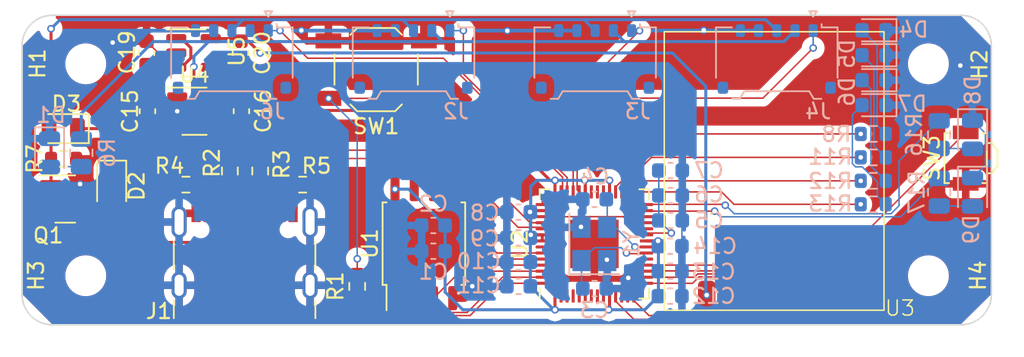
<source format=kicad_pcb>
(kicad_pcb (version 20221018) (generator pcbnew)
  (layers (0 "F.Cu" signal) (31 "B.Cu" signal) (34 "B.Paste" user) (35 "F.Paste" user) (36 "B.SilkS" user "B.Silkscreen") (37 "F.SilkS" user "F.Silkscreen") (38 "B.Mask" user) (39 "F.Mask" user) (44 "Edge.Cuts" user))
  (net 0 "")
  (net 1 "+3.3V_A")
  (net 2 "GND")
  (net 3 "Net-(U2-XIN)")
  (net 4 "Net-(U2-XOUT)")
  (net 5 "+1V1")
  (net 6 "Net-(D2-K)")
  (net 7 "+3.3V")
  (net 8 "Net-(D1-A)")
  (net 9 "Net-(D2-A)")
  (net 10 "+5V")
  (net 11 "Net-(D4-A)")
  (net 12 "Net-(D5-A)")
  (net 13 "Net-(D6-A)")
  (net 14 "Net-(D7-A)")
  (net 15 "Net-(D8-A)")
  (net 16 "Net-(D9-A)")
  (net 17 "VBUS")
  (net 18 "Net-(J1-CC1)")
  (net 19 "Net-(J1-D+-PadA6)")
  (net 20 "Net-(J1-D--PadA7)")
  (net 22 "Net-(J1-CC2)")
  (net 24 "DATA_1")
  (net 25 "DATA_3")
  (net 26 "DATA_2")
  (net 27 "DATA_4")
  (net 28 "/Processor/QSPI_SS")
  (net 29 "Net-(R1-Pad2)")
  (net 30 "/Processor/USB_DM")
  (net 31 "/Processor/USB_DP")
  (net 32 "CONT_1")
  (net 33 "CONT_2")
  (net 34 "CONT_3")
  (net 35 "CONT_4")
  (net 36 "TX_LED")
  (net 37 "RX_LED")
  (net 38 "/Processor/QSPI_SD1")
  (net 39 "/Processor/QSPI_SD2")
  (net 40 "/Processor/QSPI_SD0")
  (net 41 "/Processor/QSPI_SCLK")
  (net 42 "/Processor/QSPI_SD3")
  (net 47 "SPI0_MISO")
  (net 48 "NRF_CS")
  (net 49 "SPI0_CLK")
  (net 50 "SPI0_MOSI")
  (net 54 "NRF_CE")
  (net 55 "NRF_IRQ")
  (net 66 "/Processor/PAIR")
  (footprint "Package_TO_SOT_SMD:SOT-23-5" (layer "F.Cu") (at 165.547185 39.5875)
    (fp_text reference "U4")
    (fp_text value "MIC5504-3.3YM5")
  )
  (footprint "GTS24:GTS24-SMD" (layer "F.Cu") (at 203.784685 43.1375)
    (fp_text reference "U3")
    (fp_text value "~")
  )
  (footprint "Capacitor_SMD:C_0603_1608Metric" (layer "F.Cu") (at 162.384685 35.7375 90)
    (fp_text reference "C19")
    (fp_text value "C")
  )
  (footprint "Resistor_SMD:R_0603_1608Metric" (layer "F.Cu") (at 164.984685 44.4375 180)
    (fp_text reference "R4")
    (fp_text value "5K1")
  )
  (footprint "MountingHole:MountingHole_2.2mm_M2" (layer "F.Cu") (at 158.374685 50.4575)
    (fp_text reference "H3")
    (fp_text value "MountingHole")
  )
  (footprint "Capacitor_SMD:C_0603_1608Metric" (layer "F.Cu") (at 168.584685 35.7375 -90)
    (fp_text reference "C20")
    (fp_text value "C")
  )
  (footprint "Package_SO:SOIC-8_5.23x5.23mm_P1.27mm" (layer "F.Cu") (at 180.684685 48.3375 90)
    (fp_text reference "U1")
    (fp_text value "W25Q32JVSS")
  )
  (footprint "Package_TO_SOT_SMD:SOT-23" (layer "F.Cu") (at 157.022185 45.3875)
    (fp_text reference "Q1")
    (fp_text value "AO3401A")
  )
  (footprint "Resistor_SMD:R_0603_1608Metric" (layer "F.Cu") (at 172.684685 44.4375)
    (fp_text reference "R5")
    (fp_text value "5K1")
  )
  (footprint "Connector_USB:USB_C_Receptacle_GCT_USB4105-xx-A_16P_TopMnt_Horizontal" (layer "F.Cu") (at 168.854685 50.0125)
    (fp_text reference "J1")
    (fp_text value "USB_C_Receptacle_USB2.0")
  )
  (footprint "Capacitor_SMD:C_0603_1608Metric" (layer "F.Cu") (at 162.447185 39.5875 90)
    (fp_text reference "C15")
    (fp_text value "C")
  )
  (footprint "Diode_SMD:D_0805_2012Metric" (layer "F.Cu") (at 160.084685 44.5375 -90)
    (fp_text reference "D2")
    (fp_text value "D_Schottky")
  )
  (footprint "Resistor_SMD:R_0603_1608Metric" (layer "F.Cu") (at 156.909685 42.7375 180)
    (fp_text reference "R7")
    (fp_text value "10K")
  )
  (footprint "Button_Switch_SMD:SW_SPST_B3U-3000P" (layer "F.Cu") (at 216.434685 42.6875 -90)
    (fp_text reference "SW3")
    (fp_text value "SW_PAIR")
  )
  (footprint "Package_TO_SOT_SMD:SOT-23-5" (layer "F.Cu") (at 165.484685 35.7375)
    (fp_text reference "U5")
    (fp_text value "MIC5504-3.3YM5")
  )
  (footprint "MountingHole:MountingHole_2.2mm_M2" (layer "F.Cu") (at 158.374685 36.4575)
    (fp_text reference "H1")
    (fp_text value "MountingHole")
  )
  (footprint "MountingHole:MountingHole_2.2mm_M2" (layer "F.Cu") (at 213.974685 36.4575)
    (fp_text reference "H2")
    (fp_text value "MountingHole")
  )
  (footprint "Package_DFN_QFN:QFN-56-1EP_7x7mm_P0.4mm_EP3.2x3.2mm" (layer "F.Cu") (at 191.934685 48.35625 90)
    (fp_text reference "U2")
    (fp_text value "RP2040")
  )
  (footprint "Button_Switch_SMD:SW_SPST_TL3342" (layer "F.Cu") (at 177.534685 36.8375 180)
    (fp_text reference "SW1")
    (fp_text value "SW_BOOT")
  )
  (footprint "Resistor_SMD:R_0603_1608Metric" (layer "F.Cu") (at 169.884685 43.5375 90)
    (fp_text reference "R3")
    (fp_text value "27")
  )
  (footprint "Capacitor_SMD:C_0603_1608Metric" (layer "F.Cu") (at 168.647185 39.5875 -90)
    (fp_text reference "C16")
    (fp_text value "C")
  )
  (footprint "Resistor_SMD:R_0603_1608Metric" (layer "F.Cu") (at 167.884685 43.5375 90)
    (fp_text reference "R2")
    (fp_text value "27")
  )
  (footprint "Resistor_SMD:R_0603_1608Metric" (layer "F.Cu") (at 176.284685 51.1625 90)
    (fp_text reference "R1")
    (fp_text value "1K")
  )
  (footprint "MountingHole:MountingHole_2.2mm_M2" (layer "F.Cu") (at 213.974685 50.4575)
    (fp_text reference "H4")
    (fp_text value "MountingHole")
  )
  (footprint "Diode_SMD:D_0805_2012Metric" (layer "F.Cu") (at 156.889685 40.7375 180)
    (fp_text reference "D3")
    (fp_text value "D_Schottky")
  )
  (footprint "LED_SMD:LED_0805_2012Metric" (layer "B.Cu") (at 216.884685 41.1375 -90)
    (fp_text reference "D8")
    (fp_text value "LED")
  )
  (footprint "Capacitor_SMD:C_0603_1608Metric" (layer "B.Cu") (at 186.934685 47.95625 180)
    (fp_text reference "C9")
    (fp_text value "2u2")
  )
  (footprint "Crystal:Crystal_SMD_Abracon_ABM8G-4Pin_3.2x2.5mm" (layer "B.Cu") (at 191.934685 48.35625 90)
    (fp_text reference "Y1")
    (fp_text value "Crystal_GND24")
  )
  (footprint "Resistor_SMD:R_0603_1608Metric" (layer "B.Cu") (at 210.334685 42.6375)
    (fp_text reference "R11")
    (fp_text value "100")
  )
  (footprint "LED_SMD:LED_0805_2012Metric" (layer "B.Cu") (at 155.984685 42.3375 -90)
    (fp_text reference "D1")
    (fp_text value "LED")
  )
  (footprint "Resistor_SMD:R_0603_1608Metric" (layer "B.Cu") (at 210.334685 41.0875)
    (fp_text reference "R8")
    (fp_text value "100")
  )
  (footprint "Capacitor_SMD:C_0603_1608Metric" (layer "B.Cu") (at 196.934685 51.80625)
    (fp_text reference "C12")
    (fp_text value "100n")
  )
  (footprint "Capacitor_SMD:C_0603_1608Metric" (layer "B.Cu") (at 191.947185 45.40625)
    (fp_text reference "C4")
    (fp_text value "15p")
  )
  (footprint "Capacitor_SMD:C_0603_1608Metric" (layer "B.Cu") (at 196.959685 43.50625)
    (fp_text reference "C7")
    (fp_text value "2u2")
  )
  (footprint "Resistor_SMD:R_0603_1608Metric" (layer "B.Cu") (at 210.334685 45.7375)
    (fp_text reference "R13")
    (fp_text value "100")
  )
  (footprint "LED_SMD:LED_0805_2012Metric" (layer "B.Cu") (at 216.884685 44.9375 -90)
    (fp_text reference "D9")
    (fp_text value "LED")
  )
  (footprint "Capacitor_SMD:C_0603_1608Metric" (layer "B.Cu") (at 191.947185 51.30625)
    (fp_text reference "C3")
    (fp_text value "15p")
  )
  (footprint "Connector_Molex:Molex_Pico-EZmate_78171-0005_1x05-1MP_P1.20mm_Vertical" (layer "B.Cu") (at 180.001352 36.1375 180)
    (fp_text reference "J2")
    (fp_text value "Conn_01x04_Socket")
  )
  (footprint "Capacitor_SMD:C_0603_1608Metric" (layer "B.Cu") (at 181.309685 48.8375 180)
    (fp_text reference "C1")
    (fp_text value "2u2")
  )
  (footprint "Capacitor_SMD:C_0603_1608Metric" (layer "B.Cu") (at 186.934685 46.25625 180)
    (fp_text reference "C8")
    (fp_text value "100n")
  )
  (footprint "LED_SMD:LED_0603_1608Metric" (layer "B.Cu") (at 210.384685 35.8875 180)
    (fp_text reference "D5")
    (fp_text value "LED")
  )
  (footprint "Capacitor_SMD:C_0603_1608Metric" (layer "B.Cu") (at 196.934685 48.50625)
    (fp_text reference "C14")
    (fp_text value "100n")
  )
  (footprint "Resistor_SMD:R_0805_2012Metric" (layer "B.Cu") (at 214.684685 41.1375 -90)
    (fp_text reference "R16")
    (fp_text value "100")
  )
  (footprint "LED_SMD:LED_0603_1608Metric" (layer "B.Cu") (at 210.384685 37.5375 180)
    (fp_text reference "D6")
    (fp_text value "LED")
  )
  (footprint "Resistor_SMD:R_0603_1608Metric" (layer "B.Cu") (at 210.334685 44.1875)
    (fp_text reference "R12")
    (fp_text value "100")
  )
  (footprint "Capacitor_SMD:C_0603_1608Metric" (layer "B.Cu") (at 186.934685 51.15625 180)
    (fp_text reference "C11")
    (fp_text value "100n")
  )
  (footprint "Resistor_SMD:R_0805_2012Metric" (layer "B.Cu") (at 158.084685 42.3375 -90)
    (fp_text reference "R6")
    (fp_text value "100")
  )
  (footprint "Connector_Molex:Molex_Pico-EZmate_78171-0005_1x05-1MP_P1.20mm_Vertical" (layer "B.Cu") (at 168.018019 36.1375 180)
    (fp_text reference "J6")
    (fp_text value "Conn_01x04_Socket")
  )
  (footprint "Capacitor_SMD:C_0603_1608Metric" (layer "B.Cu") (at 186.934685 49.55625 180)
    (fp_text reference "C10")
    (fp_text value "100n")
  )
  (footprint "Capacitor_SMD:C_0603_1608Metric" (layer "B.Cu") (at 181.309685 47.1375 180)
    (fp_text reference "C2")
    (fp_text value "100n")
  )
  (footprint "Connector_Molex:Molex_Pico-EZmate_78171-0005_1x05-1MP_P1.20mm_Vertical" (layer "B.Cu") (at 191.984685 36.1375 180)
    (fp_text reference "J3")
    (fp_text value "Conn_01x04_Socket")
  )
  (footprint "Connector_Molex:Molex_Pico-EZmate_78171-0005_1x05-1MP_P1.20mm_Vertical" (layer "B.Cu") (at 203.968019 36.1375 180)
    (fp_text reference "J4")
    (fp_text value "Conn_01x04_Socket")
  )
  (footprint "LED_SMD:LED_0603_1608Metric" (layer "B.Cu") (at 210.384685 34.2375 180)
    (fp_text reference "D4")
    (fp_text value "LED")
  )
  (footprint "Capacitor_SMD:C_0603_1608Metric" (layer "B.Cu") (at 196.959685 46.80625)
    (fp_text reference "C5")
    (fp_text value "100n")
  )
  (footprint "Capacitor_SMD:C_0603_1608Metric" (layer "B.Cu") (at 196.959685 45.15625)
    (fp_text reference "C6")
    (fp_text value "100n")
  )
  (footprint "LED_SMD:LED_0603_1608Metric" (layer "B.Cu") (at 210.384685 39.1875 180)
    (fp_text reference "D7")
    (fp_text value "LED")
  )
  (footprint "Capacitor_SMD:C_0603_1608Metric" (layer "B.Cu") (at 196.934685 50.15625)
    (fp_text reference "C13")
    (fp_text value "100n")
  )
  (footprint "Resistor_SMD:R_0805_2012Metric" (layer "B.Cu") (at 214.684685 44.9375 -90)
    (fp_text reference "R17")
    (fp_text value "100")
  )
  (gr_arc (start 154.175 35.25) (mid 154.760786 33.835786) (end 156.175 33.25) (stroke (width 0.1)) (layer "Edge.Cuts"))
  (gr_line (start 154.175 51.7) (end 154.175 35.25) (stroke (width 0.1)) (layer "Edge.Cuts"))
  (gr_arc (start 216.125 33.25) (mid 217.539214 33.835786) (end 218.125 35.25) (stroke (width 0.1)) (layer "Edge.Cuts"))
  (gr_arc (start 156.175 53.7) (mid 154.760786 53.114214) (end 154.175 51.7) (stroke (width 0.1)) (layer "Edge.Cuts"))
  (gr_arc (start 218.125 51.7) (mid 217.539214 53.114214) (end 216.125 53.7) (stroke (width 0.1)) (layer "Edge.Cuts"))
  (gr_line (start 218.125 35.25) (end 218.125 51.7) (stroke (width 0.1)) (layer "Edge.Cuts"))
  (gr_line (start 216.125 53.7) (end 156.175 53.7) (stroke (width 0.1)) (layer "Edge.Cuts"))
  (gr_line (start 156.175 33.25) (end 216.125 33.25) (stroke (width 0.1)) (layer "Edge.Cuts"))
  (segment (start 187.771375 46.15625) (end 187.68611 46.241515) (width 0.2) (layer "F.Cu") (net 1))
  (segment (start 189.02966 46.15625) (end 189.334685 45.851225) (width 0.2) (layer "F.Cu") (net 1))
  (segment (start 188.497185 46.15625) (end 189.02966 46.15625) (width 0.2) (layer "F.Cu") (net 1))
  (segment (start 195.372185 48.15625) (end 196.134685 48.15625) (width 0.2) (layer "F.Cu") (net 1))
  (segment (start 191.334685 44.91875) (end 191.334685 44.179169) (width 0.2) (layer "F.Cu") (net 1))
  (segment (start 189.334685 52.70625) (end 189.334685 51.79375) (width 0.2) (layer "F.Cu") (net 1))
  (segment (start 189.334685 45.851225) (end 189.334685 44.91875) (width 0.2) (layer "F.Cu") (net 1))
  (segment (start 168.647185 38.8125) (end 169.372185 39.5375) (width 0.2) (layer "F.Cu") (net 1))
  (segment (start 188.497185 47.75625) (end 187.734685 47.75625) (width 0.2) (layer "F.Cu") (net 1))
  (segment (start 184.3925 39.5375) (end 189.01125 44.15625) (width 0.2) (layer "F.Cu") (net 1))
  (segment (start 166.684685 38.6375) (end 168.472185 38.6375) (width 0.2) (layer "F.Cu") (net 1))
  (segment (start 191.334685 44.179169) (end 191.296721 44.141205) (width 0.2) (layer "F.Cu") (net 1))
  (segment (start 169.372185 39.5375) (end 184.3925 39.5375) (width 0.2) (layer "F.Cu") (net 1))
  (segment (start 166.684685 38.6375) (end 165.510185 37.463) (width 0.2) (layer "F.Cu") (net 1))
  (segment (start 192.934685 51.79375) (end 192.934685 52.65625) (width 0.2) (layer "F.Cu") (net 1))
  (segment (start 188.497185 46.15625) (end 187.771375 46.15625) (width 0.2) (layer "F.Cu") (net 1))
  (segment (start 189.01125 44.15625) (end 189.334685 44.15625) (width 0.2) (layer "F.Cu") (net 1))
  (segment (start 168.472185 38.6375) (end 168.647185 38.8125) (width 0.2) (layer "F.Cu") (net 1))
  (segment (start 165.510185 37.463) (end 165.510185 36.649824) (width 0.2) (layer "F.Cu") (net 1))
  (segment (start 188.497185 48.15625) (end 188.497185 47.75625) (width 0.2) (layer "F.Cu") (net 1))
  (segment (start 192.934685 52.65625) (end 192.884685 52.70625) (width 0.2) (layer "F.Cu") (net 1))
  (segment (start 192.934685 44.15625) (end 192.934685 44.91875) (width 0.2) (layer "F.Cu") (net 1))
  (segment (start 189.334685 44.91875) (end 189.334685 44.15625) (width 0.2) (layer "F.Cu") (net 1))
  (via (at 187.68611 46.241515) (size 0.5) (drill 0.3) (layers "F.Cu" "B.Cu") (net 1))
  (via (at 189.334685 52.70625) (size 0.5) (drill 0.3) (layers "F.Cu" "B.Cu") (net 1))
  (via (at 191.296721 44.141205) (size 0.5) (drill 0.3) (layers "F.Cu" "B.Cu") (net 1))
  (via (at 178.779685 44.7375) (size 0.5) (drill 0.3) (layers "F.Cu" "B.Cu") (net 1))
  (via (at 189.334685 44.15625) (size 0.5) (drill 0.3) (layers "F.Cu" "B.Cu") (net 1))
  (via (at 192.934685 44.15625) (size 0.5) (drill 0.3) (layers "F.Cu" "B.Cu") (net 1))
  (via (at 196.134685 48.15625) (size 0.5) (drill 0.3) (layers "F.Cu" "B.Cu") (net 1))
  (via (at 192.884685 52.70625) (size 0.5) (drill 0.3) (layers "F.Cu" "B.Cu") (net 1))
  (via (at 187.734685 47.75625) (size 0.5) (drill 0.3) (layers "F.Cu" "B.Cu") (net 1))
  (via (at 165.510185 36.649824) (size 0.5) (drill 0.3) (layers "F.Cu" "B.Cu") (net 1))
  (segment (start 196.140935 48.525) (end 196.159685 48.50625) (width 0.2) (layer "B.Cu") (net 1))
  (segment (start 166.484685 34.9875) (end 169.943019 34.9875) (width 0.2) (layer "B.Cu") (net 1))
  (segment (start 165.510185 35.962) (end 166.484685 34.9875) (width 0.2) (layer "B.Cu") (net 1))
  (segment (start 189.259685 52.70625) (end 189.334685 52.70625) (width 0.2) (layer "B.Cu") (net 1))
  (segment (start 187.734685 47.75625) (end 187.734685 44.55625) (width 0.2) (layer "B.Cu") (net 1))
  (segment (start 158.084685 39.7375) (end 162.834685 34.9875) (width 0.2) (layer "B.Cu") (net 1))
  (segment (start 189.334685 52.70625) (end 192.884685 52.70625) (width 0.2) (layer "B.Cu") (net 1))
  (segment (start 196.128435 50.125) (end 196.159685 50.15625) (width 0.2) (layer "B.Cu") (net 1))
  (segment (start 187.709685 51.15625) (end 189.259685 52.70625) (width 0.2) (layer "B.Cu") (net 1))
  (segment (start 187.709685 46.25625) (end 187.709685 51.15625) (width 0.2) (layer "B.Cu") (net 1))
  (segment (start 204.443019 34.9875) (end 193.909685 34.9875) (width 0.2) (layer "B.Cu") (net 1))
  (segment (start 189.334685 52.70625) (end 183.253435 52.70625) (width 0.2) (layer "B.Cu") (net 1))
  (segment (start 183.253435 52.70625) (end 182.084685 51.5375) (width 0.2) (layer "B.Cu") (net 1))
  (segment (start 162.834685 34.9875) (end 166.484685 34.9875) (width 0.2) (layer "B.Cu") (net 1))
  (segment (start 181.926352 34.9875) (end 181.201352 34.2625) (width 0.2) (layer "B.Cu") (net 1))
  (segment (start 165.510185 36.649824) (end 165.510185 35.962) (width 0.2) (layer "B.Cu") (net 1))
  (segment (start 205.168019 34.2625) (end 204.443019 34.9875) (width 0.2) (layer "B.Cu") (net 1))
  (segment (start 158.084685 41.425) (end 158.084685 39.7375) (width 0.2) (layer "B.Cu") (net 1))
  (segment (start 179.684685 44.7375) (end 178.779685 44.7375) (width 0.2) (layer "B.Cu") (net 1))
  (segment (start 181.926352 34.9875) (end 169.943019 34.9875) (width 0.2) (layer "B.Cu") (net 1))
  (segment (start 189.334685 44.15625) (end 188.134685 44.15625) (width 0.2) (layer "B.Cu") (net 1))
  (segment (start 193.909685 34.9875) (end 181.926352 34.9875) (width 0.2) (layer "B.Cu") (net 1))
  (segment (start 182.084685 47.1375) (end 179.684685 44.7375) (width 0.2) (layer "B.Cu") (net 1))
  (segment (start 189.334685 44.15625) (end 192.934685 44.15625) (width 0.2) (layer "B.Cu") (net 1))
  (segment (start 169.943019 34.9875) (end 169.218019 34.2625) (width 0.2) (layer "B.Cu") (net 1))
  (segment (start 188.134685 44.15625) (end 187.734685 44.55625) (width 0.2) (layer "B.Cu") (net 1))
  (segment (start 196.159685 48.50625) (end 196.159685 48.18125) (width 0.2) (layer "B.Cu") (net 1))
  (segment (start 196.159685 48.18125) (end 196.134685 48.15625) (width 0.2) (layer "B.Cu") (net 1))
  (segment (start 195.259685 52.70625) (end 196.159685 51.80625) (width 0.2) (layer "B.Cu") (net 1))
  (segment (start 182.084685 51.5375) (end 182.084685 47.1375) (width 0.2) (layer "B.Cu") (net 1))
  (segment (start 193.909685 34.9875) (end 193.184685 34.2625) (width 0.2) (layer "B.Cu") (net 1))
  (segment (start 192.884685 52.70625) (end 195.259685 52.70625) (width 0.2) (layer "B.Cu") (net 1))
  (segment (start 196.159685 48.50625) (end 196.159685 51.80625) (width 0.2) (layer "B.Cu") (net 1))
  (segment (start 165.654685 45.9325) (end 164.159685 44.4375) (width 0.1) (layer "F.Cu") (net 2))
  (segment (start 163.159685 35.7375) (end 162.384685 34.9625) (width 0.1) (layer "F.Cu") (net 2))
  (segment (start 163.222185 39.5875) (end 162.447185 38.8125) (width 0.1) (layer "F.Cu") (net 2))
  (segment (start 194.17 50.220935) (end 194.17 50.6) (width 0.1) (layer "F.Cu") (net 2))
  (segment (start 188.497185 44.912815) (end 188.5 44.91) (width 0.1) (layer "F.Cu") (net 2))
  (segment (start 195.034685 49.35625) (end 194.17 50.220935) (width 0.1) (layer "F.Cu") (net 2))
  (segment (start 172.054685 45.8925) (end 173.509685 44.4375) (width 0.1) (layer "F.Cu") (net 2))
  (segment (start 172.054685 46.3325) (end 172.054685 45.8925) (width 0.1) (layer "F.Cu") (net 2))
  (segment (start 164.41 39.59) (end 163.222185 39.5875) (width 0.1) (layer "F.Cu") (net 2))
  (segment (start 164.347185 35.7375) (end 163.159685 35.7375) (width 0.1) (layer "F.Cu") (net 2))
  (segment (start 195.372185 49.35625) (end 195.034685 49.35625) (width 0.1) (layer "F.Cu") (net 2))
  (segment (start 165.654685 46.3325) (end 165.654685 45.9325) (width 0.1) (layer "F.Cu") (net 2))
  (segment (start 188.497185 45.75625) (end 188.497185 44.912815) (width 0.1) (layer "F.Cu") (net 2))
  (segment (start 164.409685 39.5875) (end 164.41 39.59) (width 0.1) (layer "F.Cu") (net 2))
  (via (at 194.17 50.6) (size 0.5) (drill 0.3) (layers "F.Cu" "B.Cu") (net 2))
  (via (at 186.19 34.27) (size 0.5) (drill 0.3) (layers "F.Cu" "B.Cu") (net 2))
  (via (at 183.88 51.15) (size 0.5) (drill 0.3) (layers "F.Cu" "B.Cu") (net 2))
  (via (at 191.05 47.23) (size 0.5) (drill 0.3) (layers "F.Cu" "B.Cu") (net 2))
  (via (at 199.15 34.24) (size 0.5) (drill 0.3) (layers "F.Cu" "B.Cu") (net 2))
  (via (at 164.41 39.59) (size 0.5) (drill 0.3) (layers "F.Cu" "B.Cu") (net 2))
  (via (at 188.5 44.91) (size 0.5) (drill 0.3) (layers "F.Cu" "B.Cu") (net 2))
  (via (at 192.76 49.4) (size 0.5) (drill 0.3) (layers "F.Cu" "B.Cu") (net 2))
  (via (at 158 44.4) (size 0.5) (drill 0.3) (layers "F.Cu" "B.Cu") (net 2))
  (via (at 216.08 36.57) (size 0.5) (drill 0.3) (layers "F.Cu" "B.Cu") (net 2))
  (via (at 172.6 34.25) (size 0.5) (drill 0.3) (layers "F.Cu" "B.Cu") (net 2))
  (via (at 160.15 35.05) (size 0.5) (drill 0.3) (layers "F.Cu" "B.Cu") (net 2))
  (segment (start 217.734685 43.15) (end 217.734685 41.05) (width 0.1) (layer "B.Cu") (net 2))
  (segment (start 217.734685 41.05) (end 216.884685 40.2) (width 0.1) (layer "B.Cu") (net 2))
  (segment (start 216.884685 44) (end 217.734685 43.15) (width 0.1) (layer "B.Cu") (net 2))
  (segment (start 197.709685 48.50625) (end 197.709685 46.83125) (width 0.1) (layer "B.Cu") (net 2))
  (segment (start 197.709685 46.83125) (end 197.734685 46.80625) (width 0.1) (layer "B.Cu") (net 2))
  (segment (start 195.328435 49) (end 195.372185 48.95625) (width 0.1) (layer "F.Cu") (net 3))
  (segment (start 194.1 49) (end 195.328435 49) (width 0.1) (layer "F.Cu") (net 3))
  (segment (start 195.365935 48.95) (end 195.372185 48.95625) (width 0.1) (layer "F.Cu") (net 3))
  (segment (start 194.05 48.95) (end 194.1 49) (width 0.1) (layer "F.Cu") (net 3))
  (via (at 194.05 48.95) (size 0.5) (drill 0.3) (layers "F.Cu" "B.Cu") (net 3))
  (segment (start 191.084685 49.45625) (end 191.934685 48.60625) (width 0.1) (layer "B.Cu") (net 3))
  (segment (start 191.934685 48.60625) (end 193.690935 48.60625) (width 0.1) (layer "B.Cu") (net 3))
  (segment (start 191.084685 51.21875) (end 191.172185 51.30625) (width 0.1) (layer "B.Cu") (net 3))
  (segment (start 193.690935 48.60625) (end 193.70625 48.60625) (width 0.1) (layer "B.Cu") (net 3))
  (segment (start 191.084685 49.45625) (end 191.084685 51.21875) (width 0.1) (layer "B.Cu") (net 3))
  (segment (start 193.70625 48.60625) (end 194.05 48.95) (width 0.1) (layer "B.Cu") (net 3))
  (segment (start 195.365935 48.55) (end 195.372185 48.55625) (width 0.1) (layer "F.Cu") (net 4))
  (segment (start 194.61 48.55) (end 195.365935 48.55) (width 0.1) (layer "F.Cu") (net 4))
  (via (at 194.61 48.55) (size 0.5) (drill 0.3) (layers "F.Cu" "B.Cu") (net 4))
  (segment (start 192.784685 45.46875) (end 192.722185 45.40625) (width 0.1) (layer "B.Cu") (net 4))
  (segment (start 192.784685 47.25625) (end 192.784685 45.46875) (width 0.1) (layer "B.Cu") (net 4))
  (segment (start 192.784685 47.25625) (end 193.31625 47.25625) (width 0.1) (layer "B.Cu") (net 4))
  (segment (start 193.31625 47.25625) (end 194.61 48.55) (width 0.1) (layer "B.Cu") (net 4))
  (segment (start 188.497185 46.55625) (end 193.851842 46.55625) (width 0.1) (layer "F.Cu") (net 5))
  (segment (start 193.851842 46.55625) (end 195.051842 47.75625) (width 0.1) (layer "F.Cu") (net 5))
  (segment (start 195.488435 47.64) (end 197.01 47.64) (width 0.1) (layer "F.Cu") (net 5))
  (segment (start 188.817528 46.55625) (end 188.497185 46.55625) (width 0.1) (layer "F.Cu") (net 5))
  (segment (start 188.497185 48.55625) (end 188.958949 48.55625) (width 0.1) (layer "F.Cu") (net 5))
  (segment (start 189.184685 48.330514) (end 189.184685 46.923407) (width 0.1) (layer "F.Cu") (net 5))
  (segment (start 189.184685 46.923407) (end 188.817528 46.55625) (width 0.1) (layer "F.Cu") (net 5))
  (segment (start 195.051842 47.75625) (end 195.372185 47.75625) (width 0.1) (layer "F.Cu") (net 5))
  (segment (start 188.958949 48.55625) (end 189.184685 48.330514) (width 0.1) (layer "F.Cu") (net 5))
  (segment (start 195.372185 47.75625) (end 195.488435 47.64) (width 0.1) (layer "F.Cu") (net 5))
  (via (at 197.01 47.64) (size 0.5) (drill 0.3) (layers "F.Cu" "B.Cu") (net 5))
  (segment (start 196.134685 43.55625) (end 196.184685 43.50625) (width 0.1) (layer "B.Cu") (net 5))
  (segment (start 197.01 47.631565) (end 196.184685 46.80625) (width 0.1) (layer "B.Cu") (net 5))
  (segment (start 197.01 47.64) (end 197.01 47.631565) (width 0.1) (layer "B.Cu") (net 5))
  (segment (start 196.184685 45.15625) (end 196.184685 43.50625) (width 0.1) (layer "B.Cu") (net 5))
  (segment (start 196.184685 46.80625) (end 196.184685 45.15625) (width 0.1) (layer "B.Cu") (net 5))
  (segment (start 164.696081 36.6875) (end 164.347185 36.6875) (width 0.2) (layer "F.Cu") (net 6))
  (segment (start 162.559685 36.6875) (end 162.384685 36.5125) (width 0.2) (layer "F.Cu") (net 6))
  (segment (start 157.827185 40.7375) (end 159.304723 40.7375) (width 0.2) (layer "F.Cu") (net 6))
  (segment (start 160.084685 39.957538) (end 160.084685 43.6) (width 0.2) (layer "F.Cu") (net 6))
  (segment (start 165.309685 35.401104) (end 165.309685 36.073896) (width 0.2) (layer "F.Cu") (net 6))
  (segment (start 164.696081 34.7875) (end 165.309685 35.401104) (width 0.2) (layer "F.Cu") (net 6))
  (segment (start 160.084685 43.6) (end 160.084685 42.995) (width 0.2) (layer "F.Cu") (net 6))
  (segment (start 164.347185 36.6875) (end 163.354723 36.6875) (width 0.2) (layer "F.Cu") (net 6))
  (segment (start 163.354723 36.6875) (end 160.084685 39.957538) (width 0.2) (layer "F.Cu") (net 6))
  (segment (start 159.304723 40.7375) (end 160.084685 39.957538) (width 0.2) (layer "F.Cu") (net 6))
  (segment (start 165.309685 36.073896) (end 164.696081 36.6875) (width 0.2) (layer "F.Cu") (net 6))
  (segment (start 164.347185 36.6875) (end 162.559685 36.6875) (width 0.2) (layer "F.Cu") (net 6))
  (segment (start 164.347185 34.7875) (end 164.696081 34.7875) (width 0.2) (layer "F.Cu") (net 6))
  (segment (start 168.409685 34.7875) (end 168.584685 34.9625) (width 0.2) (layer "F.Cu") (net 7))
  (segment (start 166.622185 34.7875) (end 168.409685 34.7875) (width 0.2) (layer "F.Cu") (net 7))
  (segment (start 168.584685 34.9625) (end 169.109685 34.9625) (width 0.2) (layer "F.Cu") (net 7))
  (segment (start 169.109685 34.9625) (end 169.884685 35.7375) (width 0.2) (layer "F.Cu") (net 7))
  (via (at 199.344685 51.7375) (size 0.5) (drill 0.3) (layers "F.Cu" "B.Cu") (net 7))
  (via (at 169.884685 35.7375) (size 0.5) (drill 0.3) (layers "F.Cu" "B.Cu") (net 7))
  (segment (start 199.284685 37.9375) (end 199.284685 51.6775) (width 0.2) (layer "B.Cu") (net 7))
  (segment (start 169.884685 35.7375) (end 197.084685 35.7375) (width 0.2) (layer "B.Cu") (net 7))
  (segment (start 197.084685 35.7375) (end 199.284685 37.9375) (width 0.2) (layer "B.Cu") (net 7))
  (segment (start 199.284685 51.6775) (end 199.344685 51.7375) (width 0.2) (layer "B.Cu") (net 7))
  (segment (start 156.009685 43.25) (end 155.984685 43.275) (width 0.1) (layer "B.Cu") (net 8))
  (segment (start 158.084685 43.25) (end 156.009685 43.25) (width 0.1) (layer "B.Cu") (net 8))
  (segment (start 160.084685 45.475) (end 162.305 45.475) (width 0.2) (layer "F.Cu") (net 9))
  (segment (start 164.758581 38.6375) (end 164.409685 38.6375) (width 0.2) (layer "F.Cu") (net 9))
  (segment (start 164.758581 40.5375) (end 165.372185 39.923896) (width 0.2) (layer "F.Cu") (net 9))
  (segment (start 162.305 45.475) (end 162.447185 45.332815) (width 0.2) (layer "F.Cu") (net 9))
  (segment (start 162.447185 45.332815) (end 162.447185 41.1375) (width 0.2) (layer "F.Cu") (net 9))
  (segment (start 160.084685 45.475) (end 158.047185 45.475) (width 0.2) (layer "F.Cu") (net 9))
  (segment (start 165.372185 39.923896) (end 165.372185 39.251104) (width 0.2) (layer "F.Cu") (net 9))
  (segment (start 162.447185 41.1375) (end 162.447185 40.3625) (width 0.2) (layer "F.Cu") (net 9))
  (segment (start 163.047185 40.5375) (end 164.409685 40.5375) (width 0.2) (layer "F.Cu") (net 9))
  (segment (start 162.447185 41.1375) (end 163.047185 40.5375) (width 0.2) (layer "F.Cu") (net 9))
  (segment (start 158.047185 45.475) (end 157.959685 45.3875) (width 0.2) (layer "F.Cu") (net 9))
  (segment (start 165.372185 39.251104) (end 164.758581 38.6375) (width 0.2) (layer "F.Cu") (net 9))
  (segment (start 164.409685 40.5375) (end 164.758581 40.5375) (width 0.2) (layer "F.Cu") (net 9))
  (segment (start 156.084685 34.1375) (end 156.084685 40.605) (width 0.2) (layer "F.Cu") (net 10))
  (segment (start 155.952185 40.7375) (end 156.084685 40.87) (width 0.2) (layer "F.Cu") (net 10))
  (segment (start 156.084685 40.605) (end 155.952185 40.7375) (width 0.2) (layer "F.Cu") (net 10))
  (segment (start 156.084685 40.87) (end 156.084685 42.7375) (width 0.2) (layer "F.Cu") (net 10))
  (segment (start 156.084685 42.7375) (end 156.084685 44.4375) (width 0.2) (layer "F.Cu") (net 10))
  (via (at 156.084685 34.1375) (size 0.5) (drill 0.3) (layers "F.Cu" "B.Cu") (net 10))
  (segment (start 203.243019 33.5375) (end 203.968019 34.2625) (width 0.2) (layer "B.Cu") (net 10))
  (segment (start 191.259685 33.5375) (end 191.984685 34.2625) (width 0.2) (layer "B.Cu") (net 10))
  (segment (start 179.276352 33.5375) (end 191.259685 33.5375) (width 0.2) (layer "B.Cu") (net 10))
  (segment (start 168.018019 34.2625) (end 168.743019 33.5375) (width 0.2) (layer "B.Cu") (net 10))
  (segment (start 179.276352 33.5375) (end 180.001352 34.2625) (width 0.2) (layer "B.Cu") (net 10))
  (segment (start 156.684685 33.5375) (end 156.084685 34.1375) (width 0.2) (layer "B.Cu") (net 10))
  (segment (start 191.259685 33.5375) (end 203.243019 33.5375) (width 0.2) (layer "B.Cu") (net 10))
  (segment (start 168.743019 33.5375) (end 156.684685 33.5375) (width 0.2) (layer "B.Cu") (net 10))
  (segment (start 168.743019 33.5375) (end 179.276352 33.5375) (width 0.2) (layer "B.Cu") (net 10))
  (segment (start 210.584685 40.5125) (end 211.159685 41.0875) (width 0.1) (layer "B.Cu") (net 11))
  (segment (start 209.597185 34.2375) (end 210.584685 35.225) (width 0.1) (layer "B.Cu") (net 11))
  (segment (start 210.584685 35.225) (end 210.584685 40.5125) (width 0.1) (layer "B.Cu") (net 11))
  (segment (start 209.597185 35.8875) (end 210.384685 36.675) (width 0.1) (layer "B.Cu") (net 12))
  (segment (start 210.384685 41.8625) (end 211.159685 42.6375) (width 0.1) (layer "B.Cu") (net 12))
  (segment (start 210.384685 36.675) (end 210.384685 41.8625) (width 0.1) (layer "B.Cu") (net 12))
  (segment (start 209.597185 37.5375) (end 210.184685 38.125) (width 0.1) (layer "B.Cu") (net 13))
  (segment (start 210.184685 38.125) (end 210.184685 43.2125) (width 0.1) (layer "B.Cu") (net 13))
  (segment (start 210.184685 43.2125) (end 211.159685 44.1875) (width 0.1) (layer "B.Cu") (net 13))
  (segment (start 209.597185 39.1875) (end 208.959685 39.825) (width 0.1) (layer "B.Cu") (net 14))
  (segment (start 209.609685 43.2625) (end 210.609685 44.2625) (width 0.1) (layer "B.Cu") (net 14))
  (segment (start 208.959685 43.057475) (end 209.16471 43.2625) (width 0.1) (layer "B.Cu") (net 14))
  (segment (start 209.16471 43.2625) (end 209.609685 43.2625) (width 0.1) (layer "B.Cu") (net 14))
  (segment (start 210.609685 44.2625) (end 210.609685 45.1875) (width 0.1) (layer "B.Cu") (net 14))
  (segment (start 210.609685 45.1875) (end 211.159685 45.7375) (width 0.1) (layer "B.Cu") (net 14))
  (segment (start 208.959685 39.825) (end 208.959685 43.057475) (width 0.1) (layer "B.Cu") (net 14))
  (segment (start 216.859685 42.05) (end 216.884685 42.075) (width 0.1) (layer "B.Cu") (net 15))
  (segment (start 214.684685 42.05) (end 216.859685 42.05) (width 0.1) (layer "B.Cu") (net 15))
  (segment (start 214.684685 45.85) (end 216.859685 45.85) (width 0.1) (layer "B.Cu") (net 16))
  (segment (start 216.859685 45.85) (end 216.884685 45.875) (width 0.1) (layer "B.Cu") (net 16))
  (segment (start 156.084685 46.3375) (end 158.004685 48.2575) (width 0.2) (layer "F.Cu") (net 17))
  (segment (start 168.484685 47.5375) (end 166.984685 47.5375) (width 0.2) (layer "F.Cu") (net 17))
  (segment (start 158.004685 48.2575) (end 169.964685 48.2575) (width 0.2) (layer "F.Cu") (net 17))
  (segment (start 166.654685 47.2075) (end 166.654685 46.5325) (width 0.2) (layer "F.Cu") (net 17))
  (segment (start 168.484685 47.5375) (end 167.884685 47.5375) (width 0.2) (layer "F.Cu") (net 17))
  (segment (start 166.654685 46.5325) (end 166.454685 46.3325) (width 0.2) (layer "F.Cu") (net 17))
  (segment (start 169.964685 48.2575) (end 171.069685 47.1525) (width 0.2) (layer "F.Cu") (net 17))
  (segment (start 171.254685 46.3325) (end 171.069685 46.5175) (width 0.2) (layer "F.Cu") (net 17))
  (segment (start 171.069685 47.1525) (end 170.684685 47.5375) (width 0.2) (layer "F.Cu") (net 17))
  (segment (start 166.984685 47.5375) (end 166.654685 47.2075) (width 0.2) (layer "F.Cu") (net 17))
  (segment (start 170.684685 47.5375) (end 168.484685 47.5375) (width 0.2) (layer "F.Cu") (net 17))
  (segment (start 171.069685 46.5175) (end 171.069685 47.1525) (width 0.2) (layer "F.Cu") (net 17))
  (segment (start 167.604685 45.6575) (end 167.604685 46.3325) (width 0.1) (layer "F.Cu") (net 18))
  (segment (start 166.384685 44.4375) (end 167.604685 45.6575) (width 0.1) (layer "F.Cu") (net 18))
  (segment (start 165.809685 44.4375) (end 166.384685 44.4375) (width 0.1) (layer "F.Cu") (net 18))
  (segment (start 169.604685 47.0075) (end 169.554685 47.0575) (width 0.1) (layer "F.Cu") (net 19))
  (segment (start 168.604685 47.0075) (end 168.604685 46.3325) (width 0.1) (layer "F.Cu") (net 19))
  (segment (start 169.604685 46.3325) (end 169.604685 47.0075) (width 0.1) (layer "F.Cu") (net 19))
  (segment (start 169.604685 44.6425) (end 169.884685 44.3625) (width 0.1) (layer "F.Cu") (net 19))
  (segment (start 169.604685 46.3325) (end 169.604685 44.6425) (width 0.1) (layer "F.Cu") (net 19))
  (segment (start 168.654685 47.0575) (end 168.604685 47.0075) (width 0.1) (layer "F.Cu") (net 19))
  (segment (start 169.554685 47.0575) (end 168.654685 47.0575) (width 0.1) (layer "F.Cu") (net 19))
  (segment (start 169.104685 46.3325) (end 169.104685 45.6575) (width 0.1) (layer "F.Cu") (net 20))
  (segment (start 169.054685 45.6075) (end 168.154685 45.6075) (width 0.1) (layer "F.Cu") (net 20))
  (segment (start 168.154685 45.6075) (end 168.104685 45.6575) (width 0.1) (layer "F.Cu") (net 20))
  (segment (start 168.104685 45.6575) (end 167.884685 45.4375) (width 0.1) (layer "F.Cu") (net 20))
  (segment (start 168.104685 45.6575) (end 168.104685 46.3325) (width 0.1) (layer "F.Cu") (net 20))
  (segment (start 167.884685 45.4375) (end 167.884685 44.3625) (width 0.1) (layer "F.Cu") (net 20))
  (segment (start 169.104685 45.6575) (end 169.054685 45.6075) (width 0.1) (layer "F.Cu") (net 20))
  (segment (start 171.859685 44.4375) (end 171.784685 44.4375) (width 0.1) (layer "F.Cu") (net 22))
  (segment (start 171.784685 44.4375) (end 170.604685 45.6175) (width 0.1) (layer "F.Cu") (net 22))
  (segment (start 170.604685 45.6175) (end 170.604685 46.3325) (width 0.1) (layer "F.Cu") (net 22))
  (segment (start 189.834685 43.949143) (end 189.834685 44.81875) (width 0.1) (layer "F.Cu") (net 24))
  (segment (start 189.834685 44.81875) (end 189.734685 44.91875) (width 0.1) (layer "F.Cu") (net 24))
  (segment (start 181.973042 36.0875) (end 189.834685 43.949143) (width 0.1) (layer "F.Cu") (net 24))
  (segment (start 171.19 34.26) (end 173.0175 36.0875) (width 0.1) (layer "F.Cu") (net 24))
  (segment (start 173.0175 36.0875) (end 181.973042 36.0875) (width 0.1) (layer "F.Cu") (net 24))
  (via (at 171.19 34.26) (size 0.5) (drill 0.3) (layers "F.Cu" "B.Cu") (net 24))
  (segment (start 170.418019 34.2625) (end 170.959685 34.2625) (width 0.1) (layer "B.Cu") (net 24))
  (segment (start 170.959685 34.2625) (end 171.1875 34.2625) (width 0.1) (layer "B.Cu") (net 24))
  (segment (start 171.1875 34.2625) (end 171.19 34.26) (width 0.1) (layer "B.Cu") (net 24))
  (segment (start 190.534685 38.6875) (end 190.534685 38.645315) (width 0.1) (layer "F.Cu") (net 25))
  (segment (start 190.534685 38.645315) (end 194.91 34.27) (width 0.1) (layer "F.Cu") (net 25))
  (segment (start 190.534685 38.6875) (end 190.534685 44.91875) (width 0.1) (layer "F.Cu") (net 25))
  (via (at 194.91 34.27) (size 0.5) (drill 0.3) (layers "F.Cu" "B.Cu") (net 25))
  (segment (start 194.392185 34.27) (end 194.384685 34.2625) (width 0.1) (layer "B.Cu") (net 25))
  (segment (start 194.91 34.27) (end 194.392185 34.27) (width 0.1) (layer "B.Cu") (net 25))
  (segment (start 190.134685 44.91875) (end 190.134685 43.9663) (width 0.1) (layer "F.Cu") (net 26))
  (segment (start 183.29 34.26) (end 183.29 37.121616) (width 0.1) (layer "F.Cu") (net 26))
  (segment (start 183.29 37.121616) (end 183.394192 37.225808) (width 0.1) (layer "F.Cu") (net 26))
  (segment (start 190.134685 43.9663) (end 183.394192 37.225808) (width 0.1) (layer "F.Cu") (net 26))
  (via (at 183.29 34.26) (size 0.5) (drill 0.3) (layers "F.Cu" "B.Cu") (net 26))
  (segment (start 182.401352 34.2625) (end 183.2875 34.2625) (width 0.1) (layer "B.Cu") (net 26))
  (segment (start 183.2875 34.2625) (end 183.29 34.26) (width 0.1) (layer "B.Cu") (net 26))
  (segment (start 203.054536 38.725464) (end 206.37 35.41) (width 0.1) (layer "F.Cu") (net 27))
  (segment (start 190.934685 44.91875) (end 190.796721 44.780786) (width 0.1) (layer "F.Cu") (net 27))
  (segment (start 190.796721 38.725464) (end 203.054536 38.725464) (width 0.1) (layer "F.Cu") (net 27))
  (segment (start 190.796721 44.780786) (end 190.796721 38.725464) (width 0.1) (layer "F.Cu") (net 27))
  (via (at 206.37 35.41) (size 0.5) (drill 0.3) (layers "F.Cu" "B.Cu") (net 27))
  (segment (start 206.37 34.264481) (end 206.368019 34.2625) (width 0.1) (layer "B.Cu") (net 27))
  (segment (start 206.37 35.41) (end 206.37 34.264481) (width 0.1) (layer "B.Cu") (net 27))
  (segment (start 178.779685 51.9375) (end 179.929685 53.0875) (width 0.1) (layer "F.Cu") (net 28))
  (segment (start 179.929685 53.0875) (end 183.734685 53.0875) (width 0.1) (layer "F.Cu") (net 28))
  (segment (start 185.865935 50.95625) (end 188.497185 50.95625) (width 0.1) (layer "F.Cu") (net 28))
  (segment (start 178.779685 51.9375) (end 176.334685 51.9375) (width 0.1) (layer "F.Cu") (net 28))
  (segment (start 183.734685 53.0875) (end 185.865935 50.95625) (width 0.1) (layer "F.Cu") (net 28))
  (segment (start 178.729685 51.9875) (end 178.779685 51.9375) (width 0.1) (layer "F.Cu") (net 28))
  (segment (start 176.334685 51.9375) (end 176.284685 51.9875) (width 0.1) (layer "F.Cu") (net 28))
  (segment (start 176.29 49.34) (end 176.284685 49.3375) (width 0.1) (layer "F.Cu") (net 29))
  (segment (start 174.4025 38.7375) (end 174.4 38.74) (width 0.1) (layer "F.Cu") (net 29))
  (segment (start 174.3975 38.7375) (end 174.384685 38.7375) (width 0.1) (layer "F.Cu") (net 29))
  (segment (start 176.284685 50.3375) (end 176.29 49.34) (width 0.1) (layer "F.Cu") (net 29))
  (segment (start 174.4 38.74) (end 174.3975 38.7375) (width 0.1) (layer "F.Cu") (net 29))
  (segment (start 180.684685 38.7375) (end 174.4025 38.7375) (width 0.1) (layer "F.Cu") (net 29))
  (via (at 176.29 49.34) (size 0.5) (drill 0.3) (layers "F.Cu" "B.Cu") (net 29))
  (via (at 174.4 38.74) (size 0.5) (drill 0.3) (layers "F.Cu" "B.Cu") (net 29))
  (segment (start 176.284685 49.3375) (end 176.284685 40.6375) (width 0.1) (layer "B.Cu") (net 29))
  (segment (start 176.284685 40.6375) (end 174.384685 38.7375) (width 0.1) (layer "B.Cu") (net 29))
  (segment (start 187.693738 46.95625) (end 188.497185 46.95625) (width 0.1) (layer "F.Cu") (net 30))
  (segment (start 167.884685 42.7125) (end 168.434685 42.1625) (width 0.1) (layer "F.Cu") (net 30))
  (segment (start 182.899988 42.1625) (end 187.693738 46.95625) (width 0.1) (layer "F.Cu") (net 30))
  (segment (start 168.434685 42.1625) (end 182.899988 42.1625) (width 0.1) (layer "F.Cu") (net 30))
  (segment (start 186.898383 47.25625) (end 182.354633 42.7125) (width 0.1) (layer "F.Cu") (net 31))
  (segment (start 188.397185 47.25625) (end 186.898383 47.25625) (width 0.1) (layer "F.Cu") (net 31))
  (segment (start 182.354633 42.7125) (end 169.884685 42.7125) (width 0.1) (layer "F.Cu") (net 31))
  (segment (start 188.497185 47.35625) (end 188.397185 47.25625) (width 0.1) (layer "F.Cu") (net 31))
  (segment (start 196.845592 41.0875) (end 209.509685 41.0875) (width 0.1) (layer "F.Cu") (net 32))
  (segment (start 193.334685 44.91875) (end 193.334685 44.598407) (width 0.1) (layer "F.Cu") (net 32))
  (segment (start 193.334685 44.598407) (end 196.845592 41.0875) (width 0.1) (layer "F.Cu") (net 32))
  (via (at 209.509685 41.0875) (size 0.5) (drill 0.3) (layers "F.Cu" "B.Cu") (net 32))
  (segment (start 209.509685 41.0875) (end 209.484685 41.0875) (width 0.1) (layer "B.Cu") (net 32))
  (segment (start 193.734685 44.91875) (end 193.734685 44.598407) (width 0.1) (layer "F.Cu") (net 33))
  (segment (start 195.695592 42.6375) (end 209.509685 42.6375) (width 0.1) (layer "F.Cu") (net 33))
  (segment (start 193.734685 44.598407) (end 195.695592 42.6375) (width 0.1) (layer "F.Cu") (net 33))
  (via (at 209.509685 42.6375) (size 0.5) (drill 0.3) (layers "F.Cu" "B.Cu") (net 33))
  (segment (start 194.134685 44.598407) (end 194.545592 44.1875) (width 0.1) (layer "F.Cu") (net 34))
  (segment (start 194.134685 44.91875) (end 194.134685 44.598407) (width 0.1) (layer "F.Cu") (net 34))
  (segment (start 194.545592 44.1875) (end 209.509685 44.1875) (width 0.1) (layer "F.Cu") (net 34))
  (via (at 209.509685 44.1875) (size 0.5) (drill 0.3) (layers "F.Cu" "B.Cu") (net 34))
  (segment (start 201.143729 45.7375) (end 209.509685 45.7375) (width 0.1) (layer "F.Cu") (net 35))
  (segment (start 200.324979 44.91875) (end 201.143729 45.7375) (width 0.1) (layer "F.Cu") (net 35))
  (segment (start 194.534685 44.91875) (end 200.324979 44.91875) (width 0.1) (layer "F.Cu") (net 35))
  (via (at 209.509685 45.7375) (size 0.5) (drill 0.3) (layers "F.Cu" "B.Cu") (net 35))
  (segment (start 200.54 45.74) (end 195.388435 45.74) (width 0.1) (layer "F.Cu") (net 36))
  (segment (start 195.388435 45.74) (end 195.372185 45.75625) (width 0.1) (layer "F.Cu") (net 36))
  (segment (start 195.382553 45.766618) (end 195.372185 45.75625) (width 0.1) (layer "F.Cu") (net 36))
  (via (at 200.57 45.8) (size 0.5) (drill 0.3) (layers "F.Cu" "B.Cu") (net 36))
  (segment (start 214.684685 40.225) (end 212.034685 42.875) (width 0.1) (layer "B.Cu") (net 36))
  (segment (start 212.034685 42.875) (end 212.034685 45.832475) (width 0.1) (layer "B.Cu") (net 36))
  (segment (start 212.034685 45.832475) (end 211.50466 46.3625) (width 0.1) (layer "B.Cu") (net 36))
  (segment (start 201.1625 46.3625) (end 200.54 45.74) (width 0.1) (layer "B.Cu") (net 36))
  (segment (start 211.50466 46.3625) (end 201.1625 46.3625) (width 0.1) (layer "B.Cu") (net 36))
  (segment (start 199.87 46.19) (end 195.405935 46.19) (width 0.1) (layer "F.Cu") (net 37))
  (segment (start 195.405935 46.19) (end 195.372185 46.15625) (width 0.1) (layer "F.Cu") (net 37))
  (via (at 199.87 46.19) (size 0.5) (drill 0.3) (layers "F.Cu" "B.Cu") (net 37))
  (segment (start 214.684685 44.025) (end 212.147185 46.5625) (width 0.1) (layer "B.Cu") (net 37))
  (segment (start 212.147185 46.5625) (end 200.2425 46.5625) (width 0.1) (layer "B.Cu") (net 37))
  (segment (start 200.2425 46.5625) (end 199.87 46.19) (width 0.1) (layer "B.Cu") (net 37))
  (segment (start 185.865935 50.55625) (end 188.497185 50.55625) (width 0.1) (layer "F.Cu") (net 38))
  (segment (start 180.049685 51.9375) (end 180.999685 52.8875) (width 0.1) (layer "F.Cu") (net 38))
  (segment (start 180.999685 52.8875) (end 183.534685 52.8875) (width 0.1) (layer "F.Cu") (net 38))
  (segment (start 183.534685 52.8875) (end 185.865935 50.55625) (width 0.1) (layer "F.Cu") (net 38))
  (segment (start 183.100935 50.15625) (end 188.497185 50.15625) (width 0.1) (layer "F.Cu") (net 39))
  (segment (start 181.319685 51.9375) (end 183.100935 50.15625) (width 0.1) (layer "F.Cu") (net 39))
  (segment (start 182.589685 44.7375) (end 184.684685 46.8325) (width 0.1) (layer "F.Cu") (net 40))
  (segment (start 185.303435 49.75625) (end 188.497185 49.75625) (width 0.1) (layer "F.Cu") (net 40))
  (segment (start 184.684685 46.8325) (end 184.684685 49.1375) (width 0.1) (layer "F.Cu") (net 40))
  (segment (start 184.684685 49.1375) (end 185.303435 49.75625) (width 0.1) (layer "F.Cu") (net 40))
  (segment (start 185.084685 49.1375) (end 185.303435 49.35625) (width 0.1) (layer "F.Cu") (net 41))
  (segment (start 182.863949 43.7875) (end 185.084685 46.008236) (width 0.1) (layer "F.Cu") (net 41))
  (segment (start 185.084685 46.008236) (end 185.084685 49.1375) (width 0.1) (layer "F.Cu") (net 41))
  (segment (start 182.269685 43.7875) (end 182.863949 43.7875) (width 0.1) (layer "F.Cu") (net 41))
  (segment (start 185.303435 49.35625) (end 188.497185 49.35625) (width 0.1) (layer "F.Cu") (net 41))
  (segment (start 181.319685 44.7375) (end 182.269685 43.7875) (width 0.1) (layer "F.Cu") (net 41))
  (segment (start 185.503435 48.95625) (end 188.497185 48.95625) (width 0.1) (layer "F.Cu") (net 42))
  (segment (start 180.049685 44.7375) (end 181.199685 43.5875) (width 0.1) (layer "F.Cu") (net 42))
  (segment (start 185.284685 48.7375) (end 185.503435 48.95625) (width 0.1) (layer "F.Cu") (net 42))
  (segment (start 181.199685 43.5875) (end 182.946791 43.5875) (width 0.1) (layer "F.Cu") (net 42))
  (segment (start 185.284685 45.925394) (end 185.284685 48.7375) (width 0.1) (layer "F.Cu") (net 42))
  (segment (start 182.946791 43.5875) (end 185.284685 45.925394) (width 0.1) (layer "F.Cu") (net 42))
  (segment (start 193.334685 51.79375) (end 193.334685 52.1375) (width 0.1) (layer "F.Cu") (net 47))
  (segment (start 193.334685 52.1375) (end 194.534685 53.3375) (width 0.1) (layer "F.Cu") (net 47))
  (segment (start 205.694685 52.7775) (end 205.694685 51.7375) (width 0.1) (layer "F.Cu") (net 47))
  (segment (start 194.534685 53.3375) (end 205.134685 53.3375) (width 0.1) (layer "F.Cu") (net 47))
  (segment (start 205.134685 53.3375) (end 205.694685 52.7775) (width 0.1) (layer "F.Cu") (net 47))
  (segment (start 200.783403 50.3375) (end 201.884685 51.438782) (width 0.1) (layer "F.Cu") (net 48))
  (segment (start 198.751702 50.3375) (end 200.783403 50.3375) (width 0.1) (layer "F.Cu") (net 48))
  (segment (start 198.532953 50.55625) (end 198.751702 50.3375) (width 0.1) (layer "F.Cu") (net 48))
  (segment (start 195.372185 50.55625) (end 198.532953 50.55625) (width 0.1) (layer "F.Cu") (net 48))
  (segment (start 201.884685 51.438782) (end 201.884685 51.7375) (width 0.1) (layer "F.Cu") (net 48))
  (segment (start 195.372185 50.15625) (end 195.390935 50.1375) (width 0.1) (layer "F.Cu") (net 49))
  (segment (start 195.390935 50.1375) (end 201.853403 50.1375) (width 0.1) (layer "F.Cu") (net 49))
  (segment (start 201.853403 50.1375) (end 203.154685 51.438782) (width 0.1) (layer "F.Cu") (net 49))
  (segment (start 203.154685 51.438782) (end 203.154685 51.7375) (width 0.1) (layer "F.Cu") (net 49))
  (segment (start 203.373403 53.0875) (end 204.424685 52.036218) (width 0.1) (layer "F.Cu") (net 50))
  (segment (start 194.534685 52.0875) (end 195.534685 53.0875) (width 0.1) (layer "F.Cu") (net 50))
  (segment (start 204.424685 52.036218) (end 204.424685 51.7375) (width 0.1) (layer "F.Cu") (net 50))
  (segment (start 195.534685 53.0875) (end 203.373403 53.0875) (width 0.1) (layer "F.Cu") (net 50))
  (segment (start 194.534685 51.79375) (end 194.534685 52.0875) (width 0.1) (layer "F.Cu") (net 50))
  (segment (start 198.834545 50.5375) (end 199.854825 50.5375) (width 0.1) (layer "F.Cu") (net 54))
  (segment (start 198.415795 50.95625) (end 198.834545 50.5375) (width 0.1) (layer "F.Cu") (net 54))
  (segment (start 199.854825 50.5375) (end 200.614685 51.29736) (width 0.1) (layer "F.Cu") (net 54))
  (segment (start 195.372185 50.95625) (end 198.415795 50.95625) (width 0.1) (layer "F.Cu") (net 54))
  (segment (start 200.614685 51.29736) (end 200.614685 51.7375) (width 0.1) (layer "F.Cu") (net 54))
  (segment (start 216.434685 40.9875) (end 207.665935 49.75625) (width 0.1) (layer "F.Cu") (net 66))
  (segment (start 207.665935 49.75625) (end 195.372185 49.75625) (width 0.1) (layer "F.Cu") (net 66))
  (zone (net 2) (net_name "GND") (layers "F&B.Cu") (connect_pads (clearance 0.5)) (min_thickness 0.25) (fill yes (thermal_gap 0.5) (thermal_bridge_width 0.5))
    (polygon (pts (xy 154.17 35.3) (xy 156.22 33.25) (xy 216.09 33.25) (xy 218.13 35.31) (xy 218.13 51.67) (xy 216.08 53.7) (xy 156.19 53.7) (xy 154.17 51.66)))
  )
)
</source>
